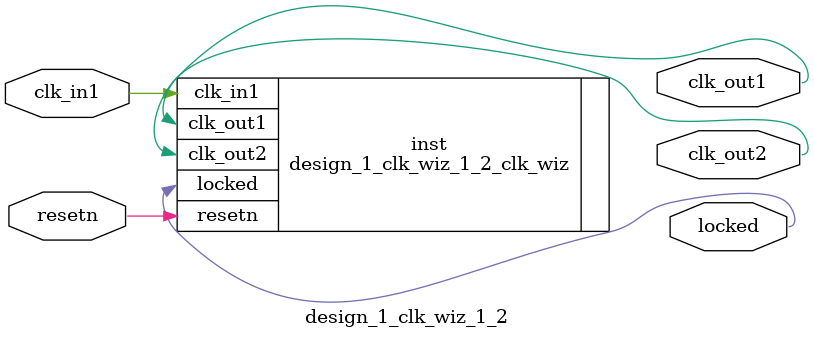
<source format=v>


`timescale 1ps/1ps

(* CORE_GENERATION_INFO = "design_1_clk_wiz_1_2,clk_wiz_v6_0_3_0_0,{component_name=design_1_clk_wiz_1_2,use_phase_alignment=true,use_min_o_jitter=false,use_max_i_jitter=false,use_dyn_phase_shift=false,use_inclk_switchover=false,use_dyn_reconfig=false,enable_axi=0,feedback_source=FDBK_AUTO,PRIMITIVE=MMCM,num_out_clk=2,clkin1_period=10.000,clkin2_period=10.000,use_power_down=false,use_reset=true,use_locked=true,use_inclk_stopped=false,feedback_type=SINGLE,CLOCK_MGR_TYPE=NA,manual_override=false}" *)

module design_1_clk_wiz_1_2 
 (
  // Clock out ports
  output        clk_out1,
  output        clk_out2,
  // Status and control signals
  input         resetn,
  output        locked,
 // Clock in ports
  input         clk_in1
 );

  design_1_clk_wiz_1_2_clk_wiz inst
  (
  // Clock out ports  
  .clk_out1(clk_out1),
  .clk_out2(clk_out2),
  // Status and control signals               
  .resetn(resetn), 
  .locked(locked),
 // Clock in ports
  .clk_in1(clk_in1)
  );

endmodule

</source>
